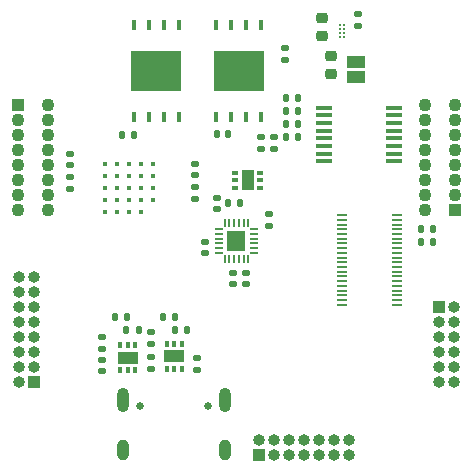
<source format=gbs>
%TF.GenerationSoftware,KiCad,Pcbnew,7.0.2*%
%TF.CreationDate,2023-07-30T21:57:21-04:00*%
%TF.ProjectId,OBC-Flight,4f42432d-466c-4696-9768-742e6b696361,rev?*%
%TF.SameCoordinates,Original*%
%TF.FileFunction,Soldermask,Bot*%
%TF.FilePolarity,Negative*%
%FSLAX46Y46*%
G04 Gerber Fmt 4.6, Leading zero omitted, Abs format (unit mm)*
G04 Created by KiCad (PCBNEW 7.0.2) date 2023-07-30 21:57:21*
%MOMM*%
%LPD*%
G01*
G04 APERTURE LIST*
G04 Aperture macros list*
%AMRoundRect*
0 Rectangle with rounded corners*
0 $1 Rounding radius*
0 $2 $3 $4 $5 $6 $7 $8 $9 X,Y pos of 4 corners*
0 Add a 4 corners polygon primitive as box body*
4,1,4,$2,$3,$4,$5,$6,$7,$8,$9,$2,$3,0*
0 Add four circle primitives for the rounded corners*
1,1,$1+$1,$2,$3*
1,1,$1+$1,$4,$5*
1,1,$1+$1,$6,$7*
1,1,$1+$1,$8,$9*
0 Add four rect primitives between the rounded corners*
20,1,$1+$1,$2,$3,$4,$5,0*
20,1,$1+$1,$4,$5,$6,$7,0*
20,1,$1+$1,$6,$7,$8,$9,0*
20,1,$1+$1,$8,$9,$2,$3,0*%
G04 Aperture macros list end*
%ADD10R,1.000000X1.000000*%
%ADD11O,1.000000X1.000000*%
%ADD12C,0.650000*%
%ADD13O,1.000000X2.100000*%
%ADD14O,1.000000X1.800000*%
%ADD15RoundRect,0.135000X-0.185000X0.135000X-0.185000X-0.135000X0.185000X-0.135000X0.185000X0.135000X0*%
%ADD16C,0.370000*%
%ADD17RoundRect,0.140000X-0.170000X0.140000X-0.170000X-0.140000X0.170000X-0.140000X0.170000X0.140000X0*%
%ADD18RoundRect,0.135000X-0.135000X-0.185000X0.135000X-0.185000X0.135000X0.185000X-0.135000X0.185000X0*%
%ADD19RoundRect,0.135000X0.135000X0.185000X-0.135000X0.185000X-0.135000X-0.185000X0.135000X-0.185000X0*%
%ADD20RoundRect,0.140000X0.170000X-0.140000X0.170000X0.140000X-0.170000X0.140000X-0.170000X-0.140000X0*%
%ADD21R,0.450000X0.950000*%
%ADD22R,4.350000X3.450000*%
%ADD23RoundRect,0.140000X-0.140000X-0.170000X0.140000X-0.170000X0.140000X0.170000X-0.140000X0.170000X0*%
%ADD24C,0.204000*%
%ADD25RoundRect,0.225000X-0.250000X0.225000X-0.250000X-0.225000X0.250000X-0.225000X0.250000X0.225000X0*%
%ADD26RoundRect,0.218750X0.256250X-0.218750X0.256250X0.218750X-0.256250X0.218750X-0.256250X-0.218750X0*%
%ADD27RoundRect,0.135000X0.185000X-0.135000X0.185000X0.135000X-0.185000X0.135000X-0.185000X-0.135000X0*%
%ADD28R,1.087400X1.087400*%
%ADD29C,1.087400*%
%ADD30R,0.930000X0.230000*%
%ADD31R,0.750000X0.200000*%
%ADD32R,0.200000X0.750000*%
%ADD33R,1.590000X1.750000*%
%ADD34R,0.600000X0.350000*%
%ADD35R,1.100000X1.700000*%
%ADD36RoundRect,0.140000X0.140000X0.170000X-0.140000X0.170000X-0.140000X-0.170000X0.140000X-0.170000X0*%
%ADD37R,0.350000X0.600000*%
%ADD38R,1.700000X1.100000*%
%ADD39R,1.500000X1.000000*%
%ADD40R,1.475000X0.450000*%
G04 APERTURE END LIST*
D10*
X50060000Y-61400000D03*
D11*
X50060000Y-60130000D03*
X51330000Y-61400000D03*
X51330000Y-60130000D03*
X52600000Y-61400000D03*
X52600000Y-60130000D03*
X53870000Y-61400000D03*
X53870000Y-60130000D03*
X55140000Y-61400000D03*
X55140000Y-60130000D03*
X56410000Y-61400000D03*
X56410000Y-60130000D03*
X57680000Y-61400000D03*
X57680000Y-60130000D03*
D10*
X31050000Y-55200000D03*
D11*
X29780000Y-55200000D03*
X31050000Y-53930000D03*
X29780000Y-53930000D03*
X31050000Y-52660000D03*
X29780000Y-52660000D03*
X31050000Y-51390000D03*
X29780000Y-51390000D03*
X31050000Y-50120000D03*
X29780000Y-50120000D03*
X31050000Y-48850000D03*
X29780000Y-48850000D03*
X31050000Y-47580000D03*
X29780000Y-47580000D03*
X31050000Y-46310000D03*
X29780000Y-46310000D03*
D12*
X39990000Y-57285000D03*
X45770000Y-57285000D03*
D13*
X38560000Y-56785000D03*
D14*
X38560000Y-60965000D03*
D13*
X47200000Y-56785000D03*
D14*
X47200000Y-60965000D03*
D10*
X65310000Y-48850000D03*
D11*
X66580000Y-48850000D03*
X65310000Y-50120000D03*
X66580000Y-50120000D03*
X65310000Y-51390000D03*
X66580000Y-51390000D03*
X65310000Y-52660000D03*
X66580000Y-52660000D03*
X65310000Y-53930000D03*
X66580000Y-53930000D03*
X65310000Y-55200000D03*
X66580000Y-55200000D03*
D15*
X44700000Y-38690000D03*
X44700000Y-39710000D03*
D16*
X41080000Y-39800000D03*
X41080000Y-38800000D03*
X41080000Y-37800000D03*
X41080000Y-36800000D03*
X40080000Y-40800000D03*
X40080000Y-39800000D03*
X40080000Y-38800000D03*
X40080000Y-37800000D03*
X40080000Y-36800000D03*
X39080000Y-40800000D03*
X39080000Y-39800000D03*
X39080000Y-38800000D03*
X39080000Y-37800000D03*
X39080000Y-36800000D03*
X38080000Y-40800000D03*
X38080000Y-39800000D03*
X38080000Y-38800000D03*
X38080000Y-37800000D03*
X38080000Y-36800000D03*
X37080000Y-40800000D03*
X37080000Y-39800000D03*
X37080000Y-38800000D03*
X37080000Y-37800000D03*
X37080000Y-36800000D03*
D17*
X45480000Y-43340000D03*
X45480000Y-44300000D03*
D18*
X52390000Y-31200000D03*
X53410000Y-31200000D03*
D15*
X44850000Y-53190000D03*
X44850000Y-54210000D03*
D19*
X64810000Y-42300000D03*
X63790000Y-42300000D03*
D18*
X52390000Y-32300000D03*
X53410000Y-32300000D03*
D20*
X36830000Y-52420000D03*
X36830000Y-51460000D03*
D21*
X46475000Y-25000000D03*
X47745000Y-25000000D03*
X49015000Y-25000000D03*
X50285000Y-25000000D03*
X50285000Y-32800000D03*
X49015000Y-32800000D03*
X47745000Y-32800000D03*
X46475000Y-32800000D03*
D22*
X48380000Y-28900000D03*
D18*
X41970000Y-49720000D03*
X42990000Y-49720000D03*
D21*
X39470000Y-25000000D03*
X40740000Y-25000000D03*
X42010000Y-25000000D03*
X43280000Y-25000000D03*
X43280000Y-32800000D03*
X42010000Y-32800000D03*
X40740000Y-32800000D03*
X39470000Y-32800000D03*
D22*
X41375000Y-28900000D03*
D18*
X52380000Y-34500000D03*
X53400000Y-34500000D03*
X47500000Y-40100000D03*
X48520000Y-40100000D03*
D23*
X46500000Y-34200000D03*
X47460000Y-34200000D03*
D24*
X56930000Y-26050000D03*
X57280000Y-26050000D03*
X56930000Y-25700000D03*
X57280000Y-25700000D03*
X56930000Y-25350000D03*
X57280000Y-25350000D03*
X56930000Y-25000000D03*
X57280000Y-25000000D03*
D25*
X56180000Y-27600000D03*
X56180000Y-29150000D03*
D20*
X48980000Y-46960000D03*
X48980000Y-46000000D03*
D26*
X55400000Y-25975000D03*
X55400000Y-24400000D03*
D27*
X52300000Y-28010000D03*
X52300000Y-26990000D03*
D18*
X42970000Y-50820000D03*
X43990000Y-50820000D03*
D28*
X29660000Y-31755000D03*
D29*
X32200000Y-31755000D03*
X29660000Y-33025000D03*
X32200000Y-33025000D03*
X29660000Y-34295000D03*
X32200000Y-34295000D03*
X29660000Y-35565000D03*
X32200000Y-35565000D03*
X29660000Y-36835000D03*
X32200000Y-36835000D03*
X29660000Y-38105000D03*
X32200000Y-38105000D03*
X29660000Y-39375000D03*
X32200000Y-39375000D03*
X29660000Y-40645000D03*
X32200000Y-40645000D03*
D17*
X47880000Y-46000000D03*
X47880000Y-46960000D03*
D30*
X57080000Y-48700000D03*
X61750000Y-48700000D03*
X57080000Y-48300000D03*
X61750000Y-48300000D03*
X57080000Y-47900000D03*
X61750000Y-47900000D03*
X57080000Y-47500000D03*
X61750000Y-47500000D03*
X57080000Y-47100000D03*
X61750000Y-47100000D03*
X57080000Y-46700000D03*
X61750000Y-46700000D03*
X57080000Y-46300000D03*
X61750000Y-46300000D03*
X57080000Y-45900000D03*
X61750000Y-45900000D03*
X57080000Y-45500000D03*
X61750000Y-45500000D03*
X57080000Y-45100000D03*
X61750000Y-45100000D03*
X57080000Y-44700000D03*
X61750000Y-44700000D03*
X57080000Y-44300000D03*
X61750000Y-44300000D03*
X57080000Y-43900000D03*
X61750000Y-43900000D03*
X57080000Y-43500000D03*
X61750000Y-43500000D03*
X57080000Y-43100000D03*
X61750000Y-43100000D03*
X57080000Y-42700000D03*
X61750000Y-42700000D03*
X57080000Y-42300000D03*
X61750000Y-42300000D03*
X57080000Y-41900000D03*
X61750000Y-41900000D03*
X57080000Y-41500000D03*
X61750000Y-41500000D03*
X57080000Y-41100000D03*
X61750000Y-41100000D03*
D18*
X37860000Y-49720000D03*
X38880000Y-49720000D03*
D31*
X49680000Y-42300000D03*
X49680000Y-42700000D03*
X49680000Y-43100000D03*
X49680000Y-43500000D03*
X49680000Y-43900000D03*
X49680000Y-44300000D03*
D32*
X49180000Y-44800000D03*
X48780000Y-44800000D03*
X48380000Y-44800000D03*
X47980000Y-44800000D03*
X47580000Y-44800000D03*
X47180000Y-44800000D03*
D31*
X46680000Y-44300000D03*
X46680000Y-43900000D03*
X46680000Y-43500000D03*
X46680000Y-43100000D03*
X46680000Y-42700000D03*
X46680000Y-42300000D03*
D32*
X47180000Y-41800000D03*
X47580000Y-41800000D03*
X47980000Y-41800000D03*
X48380000Y-41800000D03*
X48780000Y-41800000D03*
X49180000Y-41800000D03*
D33*
X48180000Y-43300000D03*
D20*
X44700000Y-37730000D03*
X44700000Y-36770000D03*
D17*
X46500000Y-39640000D03*
X46500000Y-40600000D03*
X58500000Y-24100000D03*
X58500000Y-25060000D03*
D18*
X38870000Y-50820000D03*
X39890000Y-50820000D03*
D34*
X50200000Y-37500000D03*
X50200000Y-38150000D03*
X50200000Y-38800000D03*
X48100000Y-38800000D03*
X48100000Y-38150000D03*
X48100000Y-37500000D03*
D35*
X49150000Y-38150000D03*
D17*
X34080000Y-37900000D03*
X34080000Y-38860000D03*
D36*
X39480000Y-34300000D03*
X38520000Y-34300000D03*
D37*
X38330000Y-52120000D03*
X38980000Y-52120000D03*
X39630000Y-52120000D03*
X39630000Y-54220000D03*
X38980000Y-54220000D03*
X38330000Y-54220000D03*
D38*
X38980000Y-53170000D03*
D15*
X50300000Y-34490000D03*
X50300000Y-35510000D03*
D17*
X40980000Y-53140000D03*
X40980000Y-54100000D03*
D19*
X64810000Y-43400000D03*
X63790000Y-43400000D03*
D17*
X40980000Y-51040000D03*
X40980000Y-52000000D03*
D18*
X52380000Y-33400000D03*
X53400000Y-33400000D03*
D27*
X50900000Y-42010000D03*
X50900000Y-40990000D03*
D17*
X36830000Y-53360000D03*
X36830000Y-54320000D03*
D37*
X42280000Y-52020000D03*
X42930000Y-52020000D03*
X43580000Y-52020000D03*
X43580000Y-54120000D03*
X42930000Y-54120000D03*
X42280000Y-54120000D03*
D38*
X42930000Y-53070000D03*
D20*
X34100000Y-36900000D03*
X34100000Y-35940000D03*
D15*
X51400000Y-34490000D03*
X51400000Y-35510000D03*
D28*
X66700000Y-40650000D03*
D29*
X64160000Y-40650000D03*
X66700000Y-39380000D03*
X64160000Y-39380000D03*
X66700000Y-38110000D03*
X64160000Y-38110000D03*
X66700000Y-36840000D03*
X64160000Y-36840000D03*
X66700000Y-35570000D03*
X64160000Y-35570000D03*
X66700000Y-34300000D03*
X64160000Y-34300000D03*
X66700000Y-33030000D03*
X64160000Y-33030000D03*
X66700000Y-31760000D03*
X64160000Y-31760000D03*
D39*
X58280000Y-28150000D03*
X58280000Y-29450000D03*
D40*
X55624000Y-36550000D03*
X55624000Y-35900000D03*
X55624000Y-35250000D03*
X55624000Y-34600000D03*
X55624000Y-33950000D03*
X55624000Y-33300000D03*
X55624000Y-32650000D03*
X55624000Y-32000000D03*
X61500000Y-32000000D03*
X61500000Y-32650000D03*
X61500000Y-33300000D03*
X61500000Y-33950000D03*
X61500000Y-34600000D03*
X61500000Y-35250000D03*
X61500000Y-35900000D03*
X61500000Y-36550000D03*
M02*

</source>
